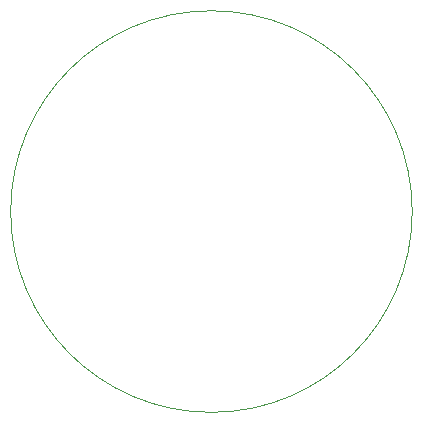
<source format=gbr>
%TF.GenerationSoftware,KiCad,Pcbnew,7.0.6-0*%
%TF.CreationDate,2023-07-26T14:31:41-04:00*%
%TF.ProjectId,Sleep_Apnea,536c6565-705f-4417-906e-65612e6b6963,rev?*%
%TF.SameCoordinates,Original*%
%TF.FileFunction,Profile,NP*%
%FSLAX46Y46*%
G04 Gerber Fmt 4.6, Leading zero omitted, Abs format (unit mm)*
G04 Created by KiCad (PCBNEW 7.0.6-0) date 2023-07-26 14:31:41*
%MOMM*%
%LPD*%
G01*
G04 APERTURE LIST*
%TA.AperFunction,Profile*%
%ADD10C,0.100000*%
%TD*%
G04 APERTURE END LIST*
D10*
X154000000Y-106000000D02*
G75*
G03*
X154000000Y-106000000I-17000000J0D01*
G01*
M02*

</source>
